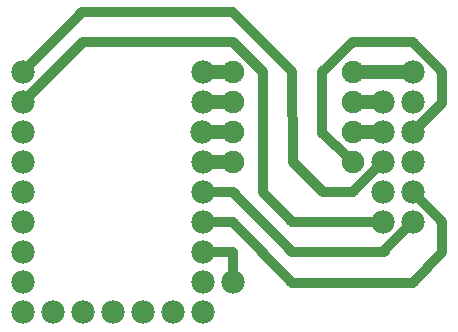
<source format=gbl>
G04 MADE WITH FRITZING*
G04 WWW.FRITZING.ORG*
G04 SINGLE SIDED*
G04 HOLES NOT PLATED*
G04 CONTOUR ON CENTER OF CONTOUR VECTOR*
%ASAXBY*%
%FSLAX23Y23*%
%MOIN*%
%OFA0B0*%
%SFA1.0B1.0*%
%ADD10C,0.078000*%
%ADD11C,0.075000*%
%ADD12C,0.032000*%
%ADD13C,0.048000*%
%ADD14R,0.001000X0.001000*%
%LNCOPPER0*%
G90*
G70*
G54D10*
X86Y873D03*
X86Y773D03*
X86Y673D03*
X86Y573D03*
X86Y473D03*
X86Y373D03*
X86Y273D03*
X86Y173D03*
X86Y73D03*
X186Y73D03*
X286Y73D03*
X386Y73D03*
X486Y73D03*
X586Y73D03*
X686Y73D03*
X686Y173D03*
X686Y273D03*
X686Y373D03*
X686Y473D03*
X686Y573D03*
X685Y673D03*
X686Y773D03*
X686Y873D03*
G54D11*
X786Y573D03*
X1186Y573D03*
X786Y673D03*
X1186Y673D03*
X786Y773D03*
X1186Y773D03*
X786Y873D03*
X1186Y873D03*
G54D10*
X1286Y773D03*
X1286Y673D03*
X1286Y573D03*
X1386Y873D03*
X1386Y773D03*
X1386Y673D03*
X1386Y473D03*
X1386Y373D03*
X1286Y373D03*
X786Y173D03*
X1286Y473D03*
X1386Y573D03*
G54D12*
X786Y474D02*
X985Y273D01*
D02*
X1286Y274D02*
X1372Y360D01*
D02*
X705Y473D02*
X786Y474D01*
D02*
X1085Y873D02*
X1085Y672D01*
D02*
X1085Y672D02*
X1173Y586D01*
D02*
X1186Y974D02*
X1085Y873D01*
D02*
X1386Y974D02*
X1186Y974D01*
D02*
X1485Y874D02*
X1386Y974D01*
D02*
X1485Y772D02*
X1485Y874D01*
D02*
X1399Y687D02*
X1485Y772D01*
D02*
X985Y874D02*
X986Y574D01*
D02*
X285Y1074D02*
X586Y1074D01*
D02*
X586Y1074D02*
X786Y1074D01*
D02*
X986Y574D02*
X1086Y474D01*
D02*
X99Y887D02*
X285Y1074D01*
D02*
X1086Y474D02*
X1186Y473D01*
D02*
X1186Y473D02*
X1272Y560D01*
D02*
X786Y974D02*
X286Y974D01*
D02*
X286Y974D02*
X99Y787D01*
D02*
X886Y873D02*
X786Y974D01*
D02*
X886Y474D02*
X886Y873D01*
D02*
X985Y374D02*
X886Y474D01*
D02*
X1267Y373D02*
X985Y374D01*
G54D13*
D02*
X768Y773D02*
X705Y773D01*
G54D12*
D02*
X1485Y274D02*
X1485Y374D01*
D02*
X1485Y374D02*
X1399Y460D01*
D02*
X1386Y172D02*
X1485Y274D01*
D02*
X985Y172D02*
X1386Y172D01*
D02*
X786Y373D02*
X985Y172D01*
D02*
X705Y373D02*
X786Y373D01*
D02*
X786Y273D02*
X786Y192D01*
D02*
X705Y273D02*
X786Y273D01*
G54D13*
D02*
X768Y673D02*
X704Y673D01*
D02*
X768Y873D02*
X705Y873D01*
G54D14*
X782Y1089D02*
X790Y1089D01*
X779Y1088D02*
X792Y1088D01*
X777Y1087D02*
X794Y1087D01*
X776Y1086D02*
X795Y1086D01*
X775Y1085D02*
X797Y1085D01*
X774Y1084D02*
X798Y1084D01*
X773Y1083D02*
X799Y1083D01*
X773Y1082D02*
X800Y1082D01*
X772Y1081D02*
X801Y1081D01*
X772Y1080D02*
X802Y1080D01*
X771Y1079D02*
X803Y1079D01*
X771Y1078D02*
X804Y1078D01*
X771Y1077D02*
X805Y1077D01*
X771Y1076D02*
X806Y1076D01*
X770Y1075D02*
X807Y1075D01*
X770Y1074D02*
X808Y1074D01*
X770Y1073D02*
X809Y1073D01*
X771Y1072D02*
X810Y1072D01*
X771Y1071D02*
X811Y1071D01*
X771Y1070D02*
X812Y1070D01*
X771Y1069D02*
X813Y1069D01*
X771Y1068D02*
X814Y1068D01*
X772Y1067D02*
X815Y1067D01*
X772Y1066D02*
X816Y1066D01*
X773Y1065D02*
X817Y1065D01*
X774Y1064D02*
X818Y1064D01*
X775Y1063D02*
X819Y1063D01*
X775Y1062D02*
X820Y1062D01*
X776Y1061D02*
X821Y1061D01*
X777Y1060D02*
X822Y1060D01*
X778Y1059D02*
X823Y1059D01*
X779Y1058D02*
X824Y1058D01*
X780Y1057D02*
X825Y1057D01*
X781Y1056D02*
X826Y1056D01*
X782Y1055D02*
X827Y1055D01*
X783Y1054D02*
X828Y1054D01*
X784Y1053D02*
X829Y1053D01*
X785Y1052D02*
X830Y1052D01*
X786Y1051D02*
X831Y1051D01*
X787Y1050D02*
X832Y1050D01*
X788Y1049D02*
X833Y1049D01*
X789Y1048D02*
X834Y1048D01*
X790Y1047D02*
X835Y1047D01*
X791Y1046D02*
X836Y1046D01*
X792Y1045D02*
X837Y1045D01*
X793Y1044D02*
X838Y1044D01*
X794Y1043D02*
X839Y1043D01*
X795Y1042D02*
X840Y1042D01*
X796Y1041D02*
X841Y1041D01*
X797Y1040D02*
X842Y1040D01*
X798Y1039D02*
X843Y1039D01*
X799Y1038D02*
X844Y1038D01*
X800Y1037D02*
X845Y1037D01*
X801Y1036D02*
X846Y1036D01*
X802Y1035D02*
X847Y1035D01*
X803Y1034D02*
X848Y1034D01*
X804Y1033D02*
X849Y1033D01*
X805Y1032D02*
X850Y1032D01*
X806Y1031D02*
X851Y1031D01*
X807Y1030D02*
X852Y1030D01*
X808Y1029D02*
X853Y1029D01*
X809Y1028D02*
X854Y1028D01*
X810Y1027D02*
X855Y1027D01*
X811Y1026D02*
X856Y1026D01*
X812Y1025D02*
X857Y1025D01*
X813Y1024D02*
X858Y1024D01*
X814Y1023D02*
X859Y1023D01*
X815Y1022D02*
X860Y1022D01*
X816Y1021D02*
X861Y1021D01*
X817Y1020D02*
X862Y1020D01*
X818Y1019D02*
X863Y1019D01*
X819Y1018D02*
X864Y1018D01*
X820Y1017D02*
X865Y1017D01*
X821Y1016D02*
X866Y1016D01*
X822Y1015D02*
X867Y1015D01*
X823Y1014D02*
X868Y1014D01*
X824Y1013D02*
X869Y1013D01*
X825Y1012D02*
X870Y1012D01*
X826Y1011D02*
X871Y1011D01*
X827Y1010D02*
X872Y1010D01*
X828Y1009D02*
X873Y1009D01*
X829Y1008D02*
X874Y1008D01*
X830Y1007D02*
X875Y1007D01*
X831Y1006D02*
X876Y1006D01*
X832Y1005D02*
X877Y1005D01*
X833Y1004D02*
X878Y1004D01*
X834Y1003D02*
X879Y1003D01*
X835Y1002D02*
X880Y1002D01*
X836Y1001D02*
X881Y1001D01*
X837Y1000D02*
X882Y1000D01*
X838Y999D02*
X883Y999D01*
X839Y998D02*
X884Y998D01*
X840Y997D02*
X885Y997D01*
X841Y996D02*
X886Y996D01*
X842Y995D02*
X887Y995D01*
X843Y994D02*
X888Y994D01*
X844Y993D02*
X889Y993D01*
X845Y992D02*
X890Y992D01*
X846Y991D02*
X891Y991D01*
X847Y990D02*
X892Y990D01*
X848Y989D02*
X893Y989D01*
X849Y988D02*
X894Y988D01*
X850Y987D02*
X895Y987D01*
X851Y986D02*
X896Y986D01*
X852Y985D02*
X897Y985D01*
X853Y984D02*
X898Y984D01*
X854Y983D02*
X899Y983D01*
X855Y982D02*
X900Y982D01*
X856Y981D02*
X901Y981D01*
X857Y980D02*
X902Y980D01*
X858Y979D02*
X903Y979D01*
X859Y978D02*
X904Y978D01*
X860Y977D02*
X905Y977D01*
X861Y976D02*
X906Y976D01*
X862Y975D02*
X907Y975D01*
X863Y974D02*
X908Y974D01*
X864Y973D02*
X909Y973D01*
X865Y972D02*
X910Y972D01*
X866Y971D02*
X911Y971D01*
X867Y970D02*
X912Y970D01*
X868Y969D02*
X913Y969D01*
X869Y968D02*
X914Y968D01*
X870Y967D02*
X915Y967D01*
X871Y966D02*
X916Y966D01*
X872Y965D02*
X917Y965D01*
X873Y964D02*
X918Y964D01*
X874Y963D02*
X919Y963D01*
X875Y962D02*
X920Y962D01*
X876Y961D02*
X921Y961D01*
X877Y960D02*
X922Y960D01*
X878Y959D02*
X923Y959D01*
X879Y958D02*
X924Y958D01*
X880Y957D02*
X925Y957D01*
X881Y956D02*
X926Y956D01*
X882Y955D02*
X927Y955D01*
X883Y954D02*
X928Y954D01*
X884Y953D02*
X929Y953D01*
X885Y952D02*
X930Y952D01*
X886Y951D02*
X931Y951D01*
X887Y950D02*
X932Y950D01*
X888Y949D02*
X933Y949D01*
X889Y948D02*
X934Y948D01*
X890Y947D02*
X935Y947D01*
X891Y946D02*
X936Y946D01*
X892Y945D02*
X937Y945D01*
X893Y944D02*
X938Y944D01*
X894Y943D02*
X939Y943D01*
X895Y942D02*
X940Y942D01*
X896Y941D02*
X941Y941D01*
X897Y940D02*
X942Y940D01*
X898Y939D02*
X943Y939D01*
X899Y938D02*
X944Y938D01*
X900Y937D02*
X945Y937D01*
X901Y936D02*
X946Y936D01*
X902Y935D02*
X947Y935D01*
X903Y934D02*
X948Y934D01*
X904Y933D02*
X949Y933D01*
X905Y932D02*
X950Y932D01*
X906Y931D02*
X951Y931D01*
X907Y930D02*
X952Y930D01*
X908Y929D02*
X953Y929D01*
X909Y928D02*
X954Y928D01*
X910Y927D02*
X955Y927D01*
X911Y926D02*
X956Y926D01*
X912Y925D02*
X957Y925D01*
X913Y924D02*
X958Y924D01*
X914Y923D02*
X959Y923D01*
X915Y922D02*
X960Y922D01*
X916Y921D02*
X961Y921D01*
X917Y920D02*
X962Y920D01*
X918Y919D02*
X963Y919D01*
X919Y918D02*
X964Y918D01*
X920Y917D02*
X965Y917D01*
X921Y916D02*
X966Y916D01*
X922Y915D02*
X967Y915D01*
X923Y914D02*
X968Y914D01*
X924Y913D02*
X969Y913D01*
X925Y912D02*
X970Y912D01*
X926Y911D02*
X971Y911D01*
X927Y910D02*
X972Y910D01*
X928Y909D02*
X973Y909D01*
X929Y908D02*
X974Y908D01*
X930Y907D02*
X975Y907D01*
X931Y906D02*
X976Y906D01*
X932Y905D02*
X977Y905D01*
X933Y904D02*
X978Y904D01*
X934Y903D02*
X979Y903D01*
X935Y902D02*
X980Y902D01*
X936Y901D02*
X981Y901D01*
X937Y900D02*
X982Y900D01*
X938Y899D02*
X983Y899D01*
X939Y898D02*
X984Y898D01*
X940Y897D02*
X985Y897D01*
X1181Y897D02*
X1390Y897D01*
X941Y896D02*
X986Y896D01*
X1178Y896D02*
X1394Y896D01*
X942Y895D02*
X987Y895D01*
X1176Y895D02*
X1396Y895D01*
X943Y894D02*
X988Y894D01*
X1174Y894D02*
X1398Y894D01*
X944Y893D02*
X989Y893D01*
X1172Y893D02*
X1399Y893D01*
X945Y892D02*
X990Y892D01*
X1171Y892D02*
X1400Y892D01*
X946Y891D02*
X991Y891D01*
X1170Y891D02*
X1402Y891D01*
X947Y890D02*
X992Y890D01*
X1169Y890D02*
X1403Y890D01*
X948Y889D02*
X993Y889D01*
X1168Y889D02*
X1403Y889D01*
X949Y888D02*
X994Y888D01*
X1167Y888D02*
X1404Y888D01*
X950Y887D02*
X995Y887D01*
X1166Y887D02*
X1405Y887D01*
X951Y886D02*
X996Y886D01*
X1166Y886D02*
X1406Y886D01*
X952Y885D02*
X997Y885D01*
X1165Y885D02*
X1406Y885D01*
X953Y884D02*
X997Y884D01*
X1165Y884D02*
X1407Y884D01*
X954Y883D02*
X998Y883D01*
X1164Y883D02*
X1407Y883D01*
X955Y882D02*
X999Y882D01*
X1164Y882D02*
X1408Y882D01*
X956Y881D02*
X999Y881D01*
X1164Y881D02*
X1408Y881D01*
X957Y880D02*
X1000Y880D01*
X1163Y880D02*
X1408Y880D01*
X958Y879D02*
X1000Y879D01*
X1163Y879D02*
X1409Y879D01*
X959Y878D02*
X1000Y878D01*
X1163Y878D02*
X1409Y878D01*
X960Y877D02*
X1000Y877D01*
X1163Y877D02*
X1409Y877D01*
X961Y876D02*
X1000Y876D01*
X1162Y876D02*
X1409Y876D01*
X962Y875D02*
X1001Y875D01*
X1162Y875D02*
X1409Y875D01*
X963Y874D02*
X1001Y874D01*
X1162Y874D02*
X1409Y874D01*
X964Y873D02*
X1001Y873D01*
X1162Y873D02*
X1409Y873D01*
X965Y872D02*
X1000Y872D01*
X1162Y872D02*
X1409Y872D01*
X966Y871D02*
X1000Y871D01*
X1162Y871D02*
X1409Y871D01*
X967Y870D02*
X1000Y870D01*
X1163Y870D02*
X1409Y870D01*
X968Y869D02*
X1000Y869D01*
X1163Y869D02*
X1409Y869D01*
X969Y868D02*
X999Y868D01*
X1163Y868D02*
X1409Y868D01*
X970Y867D02*
X999Y867D01*
X1163Y867D02*
X1408Y867D01*
X971Y866D02*
X998Y866D01*
X1164Y866D02*
X1408Y866D01*
X972Y865D02*
X997Y865D01*
X1164Y865D02*
X1408Y865D01*
X973Y864D02*
X997Y864D01*
X1164Y864D02*
X1407Y864D01*
X974Y863D02*
X996Y863D01*
X1165Y863D02*
X1407Y863D01*
X976Y862D02*
X995Y862D01*
X1165Y862D02*
X1406Y862D01*
X977Y861D02*
X993Y861D01*
X1166Y861D02*
X1406Y861D01*
X979Y860D02*
X991Y860D01*
X1167Y860D02*
X1405Y860D01*
X982Y859D02*
X989Y859D01*
X1167Y859D02*
X1404Y859D01*
X1168Y858D02*
X1403Y858D01*
X1169Y857D02*
X1403Y857D01*
X1170Y856D02*
X1401Y856D01*
X1171Y855D02*
X1400Y855D01*
X1172Y854D02*
X1399Y854D01*
X1174Y853D02*
X1397Y853D01*
X1176Y852D02*
X1396Y852D01*
X1178Y851D02*
X1393Y851D01*
X1182Y850D02*
X1390Y850D01*
X1181Y797D02*
X1290Y797D01*
X1178Y796D02*
X1294Y796D01*
X1176Y795D02*
X1296Y795D01*
X1174Y794D02*
X1298Y794D01*
X1172Y793D02*
X1299Y793D01*
X1171Y792D02*
X1300Y792D01*
X1170Y791D02*
X1302Y791D01*
X1169Y790D02*
X1303Y790D01*
X1168Y789D02*
X1303Y789D01*
X1167Y788D02*
X1304Y788D01*
X1166Y787D02*
X1305Y787D01*
X1166Y786D02*
X1306Y786D01*
X1165Y785D02*
X1306Y785D01*
X1165Y784D02*
X1307Y784D01*
X1164Y783D02*
X1307Y783D01*
X1164Y782D02*
X1308Y782D01*
X1164Y781D02*
X1308Y781D01*
X1163Y780D02*
X1308Y780D01*
X1163Y779D02*
X1309Y779D01*
X1163Y778D02*
X1309Y778D01*
X1163Y777D02*
X1309Y777D01*
X1162Y776D02*
X1309Y776D01*
X1162Y775D02*
X1309Y775D01*
X1162Y774D02*
X1309Y774D01*
X1162Y773D02*
X1309Y773D01*
X1162Y772D02*
X1309Y772D01*
X1162Y771D02*
X1309Y771D01*
X1163Y770D02*
X1309Y770D01*
X1163Y769D02*
X1309Y769D01*
X1163Y768D02*
X1309Y768D01*
X1163Y767D02*
X1308Y767D01*
X1164Y766D02*
X1308Y766D01*
X1164Y765D02*
X1308Y765D01*
X1164Y764D02*
X1307Y764D01*
X1165Y763D02*
X1307Y763D01*
X1165Y762D02*
X1306Y762D01*
X1166Y761D02*
X1306Y761D01*
X1167Y760D02*
X1305Y760D01*
X1167Y759D02*
X1304Y759D01*
X1168Y758D02*
X1303Y758D01*
X1169Y757D02*
X1303Y757D01*
X1170Y756D02*
X1301Y756D01*
X1171Y755D02*
X1300Y755D01*
X1172Y754D02*
X1299Y754D01*
X1174Y753D02*
X1297Y753D01*
X1176Y752D02*
X1296Y752D01*
X1178Y751D02*
X1293Y751D01*
X1182Y750D02*
X1290Y750D01*
X1181Y697D02*
X1291Y697D01*
X1178Y696D02*
X1294Y696D01*
X1176Y695D02*
X1296Y695D01*
X1174Y694D02*
X1298Y694D01*
X1172Y693D02*
X1299Y693D01*
X1171Y692D02*
X1301Y692D01*
X1170Y691D02*
X1302Y691D01*
X1169Y690D02*
X1303Y690D01*
X1168Y689D02*
X1304Y689D01*
X1167Y688D02*
X1304Y688D01*
X1166Y687D02*
X1305Y687D01*
X1166Y686D02*
X1306Y686D01*
X1165Y685D02*
X1306Y685D01*
X1165Y684D02*
X1307Y684D01*
X1164Y683D02*
X1307Y683D01*
X1164Y682D02*
X1308Y682D01*
X1164Y681D02*
X1308Y681D01*
X1163Y680D02*
X1308Y680D01*
X1163Y679D02*
X1309Y679D01*
X1163Y678D02*
X1309Y678D01*
X1163Y677D02*
X1309Y677D01*
X1162Y676D02*
X1309Y676D01*
X1162Y675D02*
X1309Y675D01*
X1162Y674D02*
X1309Y674D01*
X1162Y673D02*
X1309Y673D01*
X1162Y672D02*
X1309Y672D01*
X1162Y671D02*
X1309Y671D01*
X1163Y670D02*
X1309Y670D01*
X1163Y669D02*
X1309Y669D01*
X1163Y668D02*
X1309Y668D01*
X1163Y667D02*
X1308Y667D01*
X1164Y666D02*
X1308Y666D01*
X1164Y665D02*
X1308Y665D01*
X1164Y664D02*
X1307Y664D01*
X1165Y663D02*
X1307Y663D01*
X1165Y662D02*
X1306Y662D01*
X1166Y661D02*
X1306Y661D01*
X1167Y660D02*
X1305Y660D01*
X1167Y659D02*
X1304Y659D01*
X1168Y658D02*
X1303Y658D01*
X1169Y657D02*
X1303Y657D01*
X1170Y656D02*
X1301Y656D01*
X1171Y655D02*
X1300Y655D01*
X1173Y654D02*
X1299Y654D01*
X1174Y653D02*
X1297Y653D01*
X1176Y652D02*
X1296Y652D01*
X1179Y651D02*
X1293Y651D01*
X1182Y650D02*
X1289Y650D01*
X681Y597D02*
X791Y597D01*
X678Y596D02*
X794Y596D01*
X676Y595D02*
X796Y595D01*
X674Y594D02*
X798Y594D01*
X672Y593D02*
X799Y593D01*
X671Y592D02*
X801Y592D01*
X670Y591D02*
X802Y591D01*
X669Y590D02*
X803Y590D01*
X668Y589D02*
X804Y589D01*
X667Y588D02*
X805Y588D01*
X667Y587D02*
X805Y587D01*
X666Y586D02*
X806Y586D01*
X665Y585D02*
X806Y585D01*
X665Y584D02*
X807Y584D01*
X664Y583D02*
X807Y583D01*
X664Y582D02*
X808Y582D01*
X664Y581D02*
X808Y581D01*
X663Y580D02*
X808Y580D01*
X663Y579D02*
X809Y579D01*
X663Y578D02*
X809Y578D01*
X663Y577D02*
X809Y577D01*
X663Y576D02*
X809Y576D01*
X662Y575D02*
X809Y575D01*
X662Y574D02*
X809Y574D01*
X662Y573D02*
X809Y573D01*
X662Y572D02*
X809Y572D01*
X663Y571D02*
X809Y571D01*
X663Y570D02*
X809Y570D01*
X663Y569D02*
X809Y569D01*
X663Y568D02*
X809Y568D01*
X663Y567D02*
X808Y567D01*
X664Y566D02*
X808Y566D01*
X664Y565D02*
X808Y565D01*
X664Y564D02*
X807Y564D01*
X665Y563D02*
X807Y563D01*
X666Y562D02*
X806Y562D01*
X666Y561D02*
X806Y561D01*
X667Y560D02*
X805Y560D01*
X668Y559D02*
X804Y559D01*
X668Y558D02*
X803Y558D01*
X669Y557D02*
X803Y557D01*
X670Y556D02*
X802Y556D01*
X671Y555D02*
X800Y555D01*
X673Y554D02*
X799Y554D01*
X674Y553D02*
X797Y553D01*
X676Y552D02*
X796Y552D01*
X679Y551D02*
X793Y551D01*
X682Y550D02*
X789Y550D01*
X1268Y291D02*
X1270Y291D01*
X1288Y291D02*
X1292Y291D01*
X1097Y290D02*
X1299Y290D01*
X983Y289D02*
X1302Y289D01*
X979Y288D02*
X1303Y288D01*
X977Y287D02*
X1305Y287D01*
X976Y286D02*
X1306Y286D01*
X975Y285D02*
X1306Y285D01*
X974Y284D02*
X1307Y284D01*
X973Y283D02*
X1308Y283D01*
X972Y282D02*
X1308Y282D01*
X971Y281D02*
X1309Y281D01*
X971Y280D02*
X1309Y280D01*
X970Y279D02*
X1309Y279D01*
X970Y278D02*
X1310Y278D01*
X970Y277D02*
X1310Y277D01*
X970Y276D02*
X1310Y276D01*
X970Y275D02*
X1310Y275D01*
X969Y274D02*
X1310Y274D01*
X969Y273D02*
X1310Y273D01*
X969Y272D02*
X1310Y272D01*
X970Y271D02*
X1309Y271D01*
X970Y270D02*
X1309Y270D01*
X970Y269D02*
X1309Y269D01*
X970Y268D02*
X1308Y268D01*
X971Y267D02*
X1308Y267D01*
X971Y266D02*
X1307Y266D01*
X972Y265D02*
X1306Y265D01*
X972Y264D02*
X1306Y264D01*
X973Y263D02*
X1305Y263D01*
X974Y262D02*
X1303Y262D01*
X975Y261D02*
X1302Y261D01*
X976Y260D02*
X1300Y260D01*
X978Y259D02*
X1296Y259D01*
X981Y258D02*
X1094Y258D01*
D02*
G04 End of Copper0*
M02*
</source>
